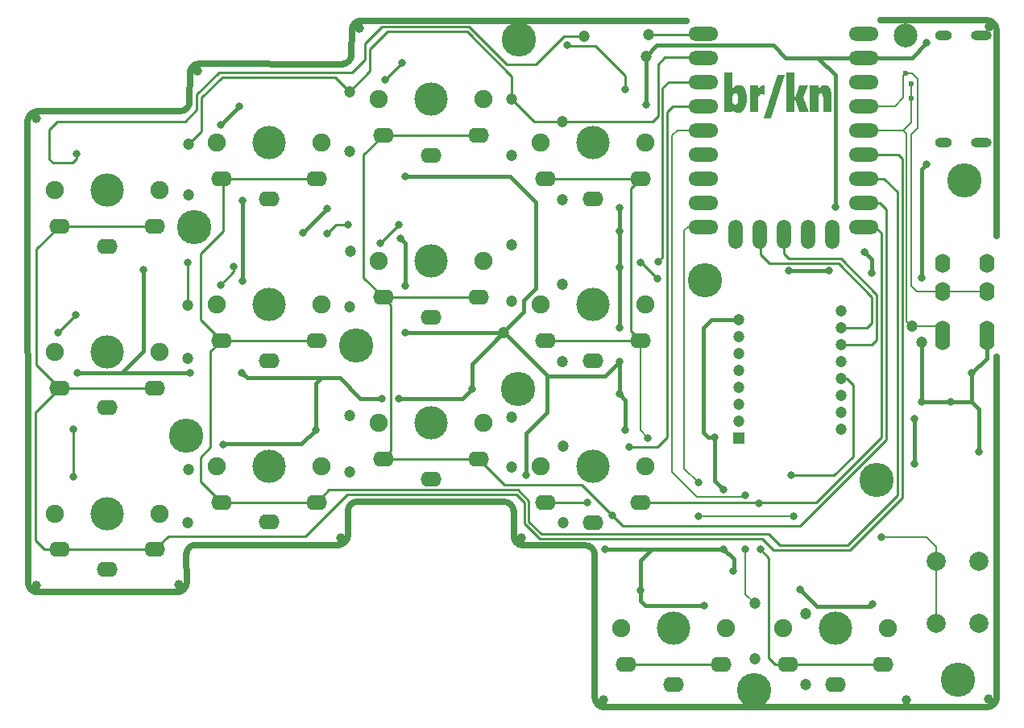
<source format=gbr>
%TF.GenerationSoftware,KiCad,Pcbnew,7.0.2*%
%TF.CreationDate,2024-03-04T12:18:32-06:00*%
%TF.ProjectId,01_capsule5_left,30315f63-6170-4737-956c-65355f6c6566,v1.0.0*%
%TF.SameCoordinates,Original*%
%TF.FileFunction,Copper,L1,Top*%
%TF.FilePolarity,Positive*%
%FSLAX46Y46*%
G04 Gerber Fmt 4.6, Leading zero omitted, Abs format (unit mm)*
G04 Created by KiCad (PCBNEW 7.0.2) date 2024-03-04 12:18:32*
%MOMM*%
%LPD*%
G01*
G04 APERTURE LIST*
%TA.AperFunction,NonConductor*%
%ADD10C,0.700000*%
%TD*%
%ADD11C,0.750000*%
%TA.AperFunction,NonConductor*%
%ADD12C,0.750000*%
%TD*%
%TA.AperFunction,ComponentPad*%
%ADD13C,0.400000*%
%TD*%
%TA.AperFunction,ComponentPad*%
%ADD14C,3.600000*%
%TD*%
%TA.AperFunction,ComponentPad*%
%ADD15R,1.200000X1.200000*%
%TD*%
%TA.AperFunction,ComponentPad*%
%ADD16C,1.200000*%
%TD*%
%TA.AperFunction,ComponentPad*%
%ADD17O,1.600000X2.000000*%
%TD*%
%TA.AperFunction,WasherPad*%
%ADD18C,1.900000*%
%TD*%
%TA.AperFunction,WasherPad*%
%ADD19C,3.500000*%
%TD*%
%TA.AperFunction,ComponentPad*%
%ADD20O,2.200000X1.600000*%
%TD*%
%TA.AperFunction,ComponentPad*%
%ADD21C,1.000000*%
%TD*%
%TA.AperFunction,ComponentPad*%
%ADD22C,2.000000*%
%TD*%
%TA.AperFunction,ComponentPad*%
%ADD23C,2.500000*%
%TD*%
%TA.AperFunction,ComponentPad*%
%ADD24O,3.130000X1.500000*%
%TD*%
%TA.AperFunction,ComponentPad*%
%ADD25O,1.500000X3.090000*%
%TD*%
%TA.AperFunction,ComponentPad*%
%ADD26O,2.200000X1.000000*%
%TD*%
%TA.AperFunction,ComponentPad*%
%ADD27O,1.800000X1.000000*%
%TD*%
%TA.AperFunction,ViaPad*%
%ADD28C,0.800000*%
%TD*%
%TA.AperFunction,ViaPad*%
%ADD29C,0.600000*%
%TD*%
%TA.AperFunction,Conductor*%
%ADD30C,0.250000*%
%TD*%
%TA.AperFunction,Conductor*%
%ADD31C,0.400000*%
%TD*%
%TA.AperFunction,Conductor*%
%ADD32C,0.200000*%
%TD*%
G04 APERTURE END LIST*
D10*
X252175000Y-44900000D02*
X263325000Y-44900000D01*
X197584869Y-44930782D02*
X231725000Y-44925000D01*
X196580950Y-45934938D02*
X196569050Y-48490062D01*
X197584869Y-44930782D02*
G75*
G03*
X196580950Y-45934938I317J-1004236D01*
G01*
X195565131Y-49494218D02*
G75*
G03*
X196569050Y-48490062I-317J1004236D01*
G01*
X195565131Y-49494218D02*
X180559869Y-49455782D01*
X179555950Y-50459938D02*
X179553919Y-53445844D01*
X180559869Y-49455782D02*
G75*
G03*
X179555950Y-50459938I317J-1004236D01*
G01*
X178550000Y-54450000D02*
X163534869Y-54480782D01*
X178550000Y-54450000D02*
G75*
G03*
X179553919Y-53445844I-317J1004236D01*
G01*
X264329155Y-45903919D02*
G75*
G03*
X263325000Y-44900000I-1004252J-333D01*
G01*
X264329155Y-45903919D02*
X264325000Y-67550000D01*
X264350000Y-80250000D02*
X264369055Y-116090067D01*
X263365136Y-117094222D02*
X223134933Y-117125000D01*
X263365136Y-117094222D02*
G75*
G03*
X264369055Y-116090067I-333J1004252D01*
G01*
X222129155Y-101103919D02*
X222130778Y-116121081D01*
X222130778Y-116121081D02*
G75*
G03*
X223134933Y-117125000I1004252J333D01*
G01*
X214604155Y-100103919D02*
X221125000Y-100100000D01*
X222129155Y-101103919D02*
G75*
G03*
X221125000Y-100100000I-1004233J-314D01*
G01*
X213594222Y-96509864D02*
X213600000Y-99100000D01*
X213600000Y-99100000D02*
G75*
G03*
X214604155Y-100103919I1004233J314D01*
G01*
X197178919Y-95495845D02*
X212590067Y-95505945D01*
X213594222Y-96509864D02*
G75*
G03*
X212590067Y-95505945I-1004252J-333D01*
G01*
X196175000Y-96500000D02*
X196169055Y-99040067D01*
X197178919Y-95495845D02*
G75*
G03*
X196175000Y-96500000I333J-1004252D01*
G01*
X195165136Y-100044222D02*
X180228919Y-100045845D01*
X195165136Y-100044222D02*
G75*
G03*
X196169055Y-99040067I-333J1004252D01*
G01*
X180209875Y-100030789D02*
G75*
G03*
X179205956Y-101034944I295J-1004214D01*
G01*
X179219050Y-104015061D02*
X179205956Y-101034944D01*
X178215131Y-105019216D02*
G75*
G03*
X179219050Y-104015061I-314J1004233D01*
G01*
X178215131Y-105019216D02*
X163559938Y-105019049D01*
X162555784Y-104015130D02*
G75*
G03*
X163559938Y-105019049I1004231J312D01*
G01*
X163534869Y-54480783D02*
G75*
G03*
X162530950Y-55484938I315J-1004234D01*
G01*
X162555783Y-104015130D02*
X162530950Y-55484938D01*
D11*
D12*
G36*
X236588101Y-52131479D02*
G01*
X236596161Y-52131479D01*
X236616170Y-52094133D01*
X236637455Y-52058298D01*
X236660014Y-52023974D01*
X236683848Y-51991161D01*
X236708958Y-51959860D01*
X236735343Y-51930070D01*
X236763002Y-51901791D01*
X236791937Y-51875024D01*
X236822147Y-51849768D01*
X236853632Y-51826023D01*
X236875331Y-51811032D01*
X236908750Y-51790081D01*
X236942788Y-51771190D01*
X236977444Y-51754360D01*
X237012718Y-51739591D01*
X237048610Y-51726883D01*
X237085120Y-51716236D01*
X237122249Y-51707649D01*
X237159996Y-51701123D01*
X237198361Y-51696658D01*
X237237345Y-51694254D01*
X237263677Y-51693796D01*
X237312956Y-51695177D01*
X237360775Y-51699322D01*
X237407134Y-51706229D01*
X237452034Y-51715900D01*
X237495474Y-51728333D01*
X237537454Y-51743530D01*
X237577975Y-51761489D01*
X237617035Y-51782212D01*
X237654636Y-51805697D01*
X237690778Y-51831946D01*
X237725459Y-51860957D01*
X237758681Y-51892732D01*
X237790443Y-51927269D01*
X237820745Y-51964569D01*
X237849588Y-52004633D01*
X237876971Y-52047459D01*
X237902791Y-52092816D01*
X237926945Y-52140714D01*
X237949434Y-52191154D01*
X237970256Y-52244136D01*
X237989413Y-52299659D01*
X238006904Y-52357724D01*
X238022729Y-52418331D01*
X238036889Y-52481479D01*
X238049382Y-52547169D01*
X238060210Y-52615400D01*
X238069372Y-52686174D01*
X238076868Y-52759488D01*
X238082699Y-52835345D01*
X238086863Y-52913743D01*
X238088321Y-52953895D01*
X238089362Y-52994683D01*
X238089987Y-53036106D01*
X238090195Y-53078164D01*
X238089748Y-53135271D01*
X238088409Y-53191554D01*
X238086176Y-53247012D01*
X238083051Y-53301646D01*
X238079032Y-53355456D01*
X238074121Y-53408442D01*
X238068316Y-53460603D01*
X238061618Y-53511939D01*
X238054028Y-53562452D01*
X238045544Y-53612140D01*
X238036168Y-53661004D01*
X238025898Y-53709043D01*
X238014735Y-53756259D01*
X238002680Y-53802650D01*
X237989731Y-53848216D01*
X237975889Y-53892958D01*
X237961226Y-53936540D01*
X237945813Y-53978871D01*
X237929650Y-54019949D01*
X237912737Y-54059776D01*
X237895074Y-54098351D01*
X237876662Y-54135675D01*
X237857499Y-54171746D01*
X237837587Y-54206566D01*
X237816924Y-54240134D01*
X237795512Y-54272451D01*
X237773350Y-54303515D01*
X237750438Y-54333328D01*
X237726776Y-54361889D01*
X237702364Y-54389199D01*
X237677202Y-54415256D01*
X237651290Y-54440062D01*
X237624786Y-54463368D01*
X237597847Y-54485171D01*
X237570473Y-54505470D01*
X237542663Y-54524265D01*
X237514419Y-54541557D01*
X237485740Y-54557345D01*
X237456625Y-54571629D01*
X237427076Y-54584410D01*
X237397091Y-54595687D01*
X237366671Y-54605461D01*
X237335817Y-54613730D01*
X237304527Y-54620497D01*
X237272802Y-54625759D01*
X237240642Y-54629518D01*
X237208047Y-54631774D01*
X237175017Y-54632526D01*
X237137339Y-54631452D01*
X237100691Y-54628232D01*
X237065073Y-54622866D01*
X237030486Y-54615352D01*
X236996930Y-54605692D01*
X236964403Y-54593886D01*
X236932907Y-54579932D01*
X236902442Y-54563832D01*
X236873007Y-54545586D01*
X236844602Y-54525192D01*
X236826238Y-54510404D01*
X236799564Y-54486880D01*
X236773945Y-54462101D01*
X236749383Y-54436070D01*
X236725877Y-54408784D01*
X236703427Y-54380245D01*
X236682034Y-54350452D01*
X236661696Y-54319405D01*
X236642415Y-54287105D01*
X236624190Y-54253551D01*
X236607021Y-54218744D01*
X236596161Y-54194842D01*
X236588101Y-54194842D01*
X236588101Y-54570000D01*
X235710293Y-54570000D01*
X235710293Y-53250111D01*
X236571981Y-53250111D01*
X236572683Y-53292876D01*
X236574789Y-53333974D01*
X236578299Y-53373407D01*
X236585163Y-53423393D01*
X236594522Y-53470417D01*
X236606377Y-53514480D01*
X236620729Y-53555582D01*
X236637576Y-53593722D01*
X236651849Y-53620383D01*
X236672869Y-53652440D01*
X236695629Y-53680223D01*
X236720130Y-53703731D01*
X236746371Y-53722965D01*
X236774352Y-53737925D01*
X236804073Y-53748611D01*
X236835535Y-53755022D01*
X236868736Y-53757159D01*
X236907182Y-53754549D01*
X236943383Y-53746718D01*
X236977341Y-53733666D01*
X237009054Y-53715394D01*
X237038523Y-53691901D01*
X237065749Y-53663187D01*
X237090730Y-53629252D01*
X237113468Y-53590097D01*
X237133732Y-53545920D01*
X237147158Y-53509942D01*
X237159063Y-53471525D01*
X237169448Y-53430670D01*
X237178314Y-53387376D01*
X237185660Y-53341643D01*
X237191486Y-53293472D01*
X237195792Y-53242862D01*
X237198579Y-53189814D01*
X237199845Y-53134327D01*
X237199930Y-53115289D01*
X237199215Y-53065549D01*
X237197070Y-53018180D01*
X237193496Y-52973180D01*
X237188492Y-52930550D01*
X237182059Y-52890290D01*
X237174195Y-52852400D01*
X237161487Y-52805566D01*
X237146237Y-52762946D01*
X237128446Y-52724539D01*
X237118597Y-52706915D01*
X237097153Y-52674629D01*
X237073488Y-52646648D01*
X237047602Y-52622972D01*
X237019495Y-52603600D01*
X236989167Y-52588534D01*
X236956618Y-52577772D01*
X236921848Y-52571314D01*
X236884856Y-52569162D01*
X236852032Y-52571421D01*
X236820605Y-52578199D01*
X236790575Y-52589495D01*
X236761941Y-52605310D01*
X236734704Y-52625643D01*
X236708864Y-52650495D01*
X236684421Y-52679865D01*
X236661374Y-52713754D01*
X236640423Y-52751001D01*
X236622265Y-52790935D01*
X236606900Y-52833555D01*
X236594330Y-52878862D01*
X236584552Y-52926856D01*
X236577568Y-52977536D01*
X236574164Y-53017310D01*
X236572331Y-53058594D01*
X236571981Y-53086957D01*
X236571981Y-53250111D01*
X235710293Y-53250111D01*
X235710293Y-50380746D01*
X236588101Y-50380746D01*
X236588101Y-52131479D01*
G37*
G36*
X239993824Y-52756741D02*
G01*
X239966758Y-52733415D01*
X239939545Y-52714008D01*
X239909036Y-52695535D01*
X239880262Y-52680445D01*
X239859734Y-52670767D01*
X239829140Y-52657486D01*
X239800555Y-52646953D01*
X239769745Y-52638138D01*
X239737883Y-52632642D01*
X239719783Y-52631688D01*
X239667078Y-52634375D01*
X239617774Y-52642435D01*
X239571869Y-52655868D01*
X239529365Y-52674675D01*
X239490262Y-52698855D01*
X239454558Y-52728408D01*
X239422255Y-52763335D01*
X239393353Y-52803635D01*
X239367850Y-52849309D01*
X239345748Y-52900355D01*
X239327046Y-52956775D01*
X239311745Y-53018569D01*
X239299844Y-53085736D01*
X239291343Y-53158276D01*
X239286243Y-53236189D01*
X239284967Y-53277161D01*
X239284542Y-53319476D01*
X239284542Y-54570000D01*
X238406734Y-54570000D01*
X238406734Y-51756322D01*
X239284542Y-51756322D01*
X239284542Y-52256531D01*
X239292602Y-52256531D01*
X239308307Y-52206033D01*
X239325197Y-52157853D01*
X239343272Y-52111992D01*
X239362532Y-52068449D01*
X239382977Y-52027224D01*
X239404607Y-51988318D01*
X239427422Y-51951730D01*
X239451421Y-51917461D01*
X239476606Y-51885510D01*
X239502976Y-51855878D01*
X239521214Y-51837411D01*
X239549535Y-51811745D01*
X239578719Y-51788604D01*
X239608765Y-51767987D01*
X239639675Y-51749895D01*
X239671448Y-51734328D01*
X239704084Y-51721285D01*
X239737583Y-51710766D01*
X239771944Y-51702772D01*
X239807169Y-51697302D01*
X239843257Y-51694357D01*
X239867794Y-51693796D01*
X239898619Y-51695385D01*
X239931615Y-51701094D01*
X239962229Y-51710956D01*
X239990462Y-51724969D01*
X239993824Y-51727013D01*
X239993824Y-52756741D01*
G37*
G36*
X240658408Y-55195261D02*
G01*
X239885380Y-55195261D01*
X241346441Y-50630851D01*
X242119469Y-50630851D01*
X240658408Y-55195261D01*
G37*
G36*
X243613503Y-54570000D02*
G01*
X243143824Y-53131898D01*
X243135764Y-53131898D01*
X243135764Y-54570000D01*
X242257955Y-54570000D01*
X242257955Y-50380746D01*
X243135764Y-50380746D01*
X243135764Y-53069371D01*
X243143824Y-53069371D01*
X243570272Y-51756322D01*
X244559455Y-51756322D01*
X243988660Y-53044947D01*
X244592428Y-54570000D01*
X243613503Y-54570000D01*
G37*
G36*
X246114305Y-54570000D02*
G01*
X246114305Y-53052763D01*
X246113790Y-53005682D01*
X246112244Y-52961160D01*
X246109668Y-52919197D01*
X246106062Y-52879793D01*
X246099651Y-52831235D01*
X246091407Y-52787225D01*
X246081332Y-52747765D01*
X246066163Y-52704836D01*
X246055687Y-52682491D01*
X246035580Y-52649842D01*
X246011895Y-52622728D01*
X245984632Y-52601146D01*
X245953792Y-52585099D01*
X245919374Y-52574585D01*
X245889263Y-52570158D01*
X245865177Y-52569162D01*
X245830902Y-52572024D01*
X245799060Y-52580611D01*
X245769651Y-52594922D01*
X245742674Y-52614958D01*
X245718131Y-52640718D01*
X245696020Y-52672202D01*
X245687857Y-52686399D01*
X245669492Y-52724328D01*
X245654240Y-52765453D01*
X245642101Y-52809775D01*
X245633074Y-52857292D01*
X245628094Y-52897608D01*
X245625106Y-52939969D01*
X245624110Y-52984375D01*
X245624110Y-54570000D01*
X244746301Y-54570000D01*
X244746301Y-51756322D01*
X245624110Y-51756322D01*
X245624110Y-52194005D01*
X245632170Y-52194005D01*
X245652585Y-52150253D01*
X245674262Y-52108390D01*
X245697201Y-52068417D01*
X245721402Y-52030332D01*
X245746866Y-51994136D01*
X245773592Y-51959830D01*
X245801580Y-51927412D01*
X245830831Y-51896884D01*
X245861344Y-51868244D01*
X245893118Y-51841494D01*
X245915003Y-51824710D01*
X245948521Y-51801314D01*
X245982580Y-51780220D01*
X246017180Y-51761426D01*
X246052321Y-51744934D01*
X246088003Y-51730743D01*
X246124226Y-51718854D01*
X246160989Y-51709265D01*
X246198294Y-51701978D01*
X246236140Y-51696992D01*
X246274527Y-51694307D01*
X246300418Y-51693796D01*
X246343019Y-51694931D01*
X246384267Y-51698337D01*
X246424163Y-51704014D01*
X246462706Y-51711961D01*
X246499897Y-51722179D01*
X246535736Y-51734668D01*
X246570222Y-51749428D01*
X246603356Y-51766458D01*
X246635137Y-51785759D01*
X246665566Y-51807330D01*
X246694643Y-51831173D01*
X246722367Y-51857286D01*
X246748739Y-51885669D01*
X246773758Y-51916324D01*
X246797425Y-51949249D01*
X246819740Y-51984445D01*
X246840702Y-52021911D01*
X246860312Y-52061648D01*
X246878569Y-52103656D01*
X246895474Y-52147935D01*
X246911027Y-52194484D01*
X246925227Y-52243304D01*
X246938074Y-52294395D01*
X246949570Y-52347756D01*
X246959713Y-52403388D01*
X246968503Y-52461291D01*
X246975942Y-52521464D01*
X246982027Y-52583908D01*
X246986761Y-52648623D01*
X246990142Y-52715609D01*
X246992170Y-52784865D01*
X246992847Y-52856392D01*
X246992847Y-54570000D01*
X246114305Y-54570000D01*
G37*
D13*
%TO.P,U3,*%
%TO.N,*%
X232220000Y-72220000D03*
X232670000Y-71170000D03*
X232670000Y-73270000D03*
X233720000Y-70720000D03*
D14*
X233720000Y-72220000D03*
D13*
X233720000Y-73720000D03*
X234770000Y-71170000D03*
X234770000Y-73270000D03*
X235220000Y-72220000D03*
X250210000Y-93210000D03*
X250660000Y-92160000D03*
X250660000Y-94260000D03*
X251710000Y-91710000D03*
D14*
X251710000Y-93210000D03*
D13*
X251710000Y-94710000D03*
X252760000Y-92160000D03*
X252760000Y-94260000D03*
X253210000Y-93210000D03*
D15*
%TO.P,U3,1,NC*%
%TO.N,unconnected-(U3-NC-Pad1)*%
X237290193Y-88804272D03*
D16*
%TO.P,U3,2,NC*%
%TO.N,unconnected-(U3-NC-Pad2)*%
X237290193Y-87024272D03*
%TO.P,U3,3,VDDPIX*%
%TO.N,Net-(U3-VDDPIX)*%
X237290193Y-85244272D03*
%TO.P,U3,4,VDD*%
%TO.N,2V*%
X237290193Y-83464272D03*
%TO.P,U3,5,VDDIO*%
%TO.N,3V3*%
X237290193Y-81684272D03*
%TO.P,U3,6,NC*%
%TO.N,unconnected-(U3-NC-Pad6)*%
X237290193Y-79904272D03*
%TO.P,U3,7,NRESET*%
%TO.N,unconnected-(U3-NRESET-Pad7)*%
X237290193Y-78124272D03*
%TO.P,U3,8,GND*%
%TO.N,GND*%
X237290193Y-76344272D03*
%TO.P,U3,9,MOTION*%
%TO.N,unconnected-(U3-MOTION-Pad9)*%
X247990193Y-75454272D03*
%TO.P,U3,10,SCLK*%
%TO.N,SCK*%
X247990193Y-77234272D03*
%TO.P,U3,11,MOSI*%
%TO.N,MOSI*%
X247990193Y-79014272D03*
%TO.P,U3,12,MISO*%
%TO.N,MISO*%
X247990193Y-80794272D03*
%TO.P,U3,13,NCS*%
%TO.N,NCS*%
X247990193Y-82574272D03*
%TO.P,U3,14,NC*%
%TO.N,unconnected-(U3-NC-Pad14)*%
X247990193Y-84354272D03*
%TO.P,U3,15,LED_P*%
%TO.N,Net-(U3-LED_P)*%
X247990193Y-86134272D03*
%TO.P,U3,16,NC*%
%TO.N,unconnected-(U3-NC-Pad16)*%
X247990193Y-87914272D03*
%TD*%
D17*
%TO.P,U2,1,SLEEVE*%
%TO.N,GND*%
X258700000Y-78550000D03*
X263300000Y-78550000D03*
%TO.P,U2,2,TIP*%
%TO.N,TX*%
X258700000Y-77450000D03*
X263300000Y-77450000D03*
%TO.P,U2,3,RING1*%
%TO.N,RX*%
X258700000Y-73450000D03*
X263300000Y-73450000D03*
%TO.P,U2,4,RING2*%
%TO.N,5V*%
X258700000Y-70450000D03*
X263300000Y-70450000D03*
%TD*%
D13*
%TO.P,REF\u002A\u002A,*%
%TO.N,*%
X259500000Y-61750000D03*
X259950000Y-60700000D03*
X259950000Y-62800000D03*
X261000000Y-60250000D03*
D14*
X261000000Y-61750000D03*
D13*
X261000000Y-63250000D03*
X262050000Y-60700000D03*
X262050000Y-62800000D03*
X262500000Y-61750000D03*
%TD*%
%TO.P,REF\u002A\u002A,*%
%TO.N,*%
X177700000Y-88600000D03*
X178150000Y-87550000D03*
X178150000Y-89650000D03*
X179200000Y-87100000D03*
D14*
X179200000Y-88600000D03*
D13*
X179200000Y-90100000D03*
X180250000Y-87550000D03*
X180250000Y-89650000D03*
X180700000Y-88600000D03*
%TD*%
D18*
%TO.P,SW14,*%
%TO.N,*%
X241935810Y-108802659D03*
D19*
X247435810Y-108802659D03*
D18*
X252935810Y-108802659D03*
D20*
%TO.P,SW14,1*%
%TO.N,Net-(D14-Pad2)*%
X247435810Y-114702659D03*
%TO.P,SW14,2*%
%TO.N,COL3*%
X242435810Y-112602659D03*
X252435810Y-112602659D03*
%TD*%
D21*
%TO.P,REF\u002A\u002A,*%
%TO.N,*%
X214400000Y-99300000D03*
%TD*%
D13*
%TO.P,REF\u002A\u002A,*%
%TO.N,*%
X237400000Y-115300000D03*
X237850000Y-114250000D03*
X237850000Y-116350000D03*
X238900000Y-113800000D03*
D14*
X238900000Y-115300000D03*
D13*
X238900000Y-116800000D03*
X239950000Y-114250000D03*
X239950000Y-116350000D03*
X240400000Y-115300000D03*
%TD*%
D16*
%TO.P,,*%
%TO.N,LED*%
X227758564Y-46435769D03*
%TD*%
D18*
%TO.P,SW05,*%
%TO.N,*%
X165386692Y-79740283D03*
D19*
X170886692Y-79740283D03*
D18*
X176386692Y-79740283D03*
D20*
%TO.P,SW05,1*%
%TO.N,Net-(D05-Pad2)*%
X170886692Y-85640283D03*
%TO.P,SW05,2*%
%TO.N,COL0*%
X165886692Y-83540283D03*
X175886692Y-83540283D03*
%TD*%
D16*
%TO.P,,*%
%TO.N,ROW0*%
X218708564Y-55585769D03*
%TD*%
%TO.P,,*%
%TO.N,Net-(D13-Pad2)*%
X238958564Y-112050000D03*
%TD*%
D21*
%TO.P,REF\u002A\u002A,*%
%TO.N,*%
X163400000Y-55200000D03*
%TD*%
D16*
%TO.P,,*%
%TO.N,ROW0*%
X196358564Y-52385769D03*
%TD*%
D21*
%TO.P,REF\u002A\u002A,*%
%TO.N,*%
X254900000Y-116335769D03*
%TD*%
D16*
%TO.P,,*%
%TO.N,ROW2*%
X218758564Y-89685769D03*
%TD*%
%TO.P,,*%
%TO.N,Net-(D04-Pad2)*%
X218708564Y-63785769D03*
%TD*%
%TO.P,,*%
%TO.N,Net-(D09-Pad2)*%
X179358564Y-97735769D03*
%TD*%
%TO.P,,*%
%TO.N,Net-(D11-Pad2)*%
X213408564Y-91900000D03*
%TD*%
%TO.P,,*%
%TO.N,TX*%
X255430000Y-77030000D03*
%TD*%
%TO.P,,*%
%TO.N,Net-(D14-Pad2)*%
X244308564Y-114715769D03*
%TD*%
D21*
%TO.P,REF\u002A\u002A,*%
%TO.N,*%
X195400000Y-99300000D03*
%TD*%
D16*
%TO.P,,*%
%TO.N,GND*%
X212500000Y-77750000D03*
%TD*%
D21*
%TO.P,REF\u002A\u002A,*%
%TO.N,*%
X223000000Y-116335769D03*
%TD*%
D16*
%TO.P,,*%
%TO.N,Net-(D05-Pad2)*%
X179358564Y-80435769D03*
%TD*%
D21*
%TO.P,REF\u002A\u002A,*%
%TO.N,*%
X163400000Y-104300000D03*
%TD*%
D16*
%TO.P,,*%
%TO.N,ROW1*%
X218708564Y-72635769D03*
%TD*%
%TO.P,,*%
%TO.N,ROW1*%
X213408564Y-68535769D03*
%TD*%
D18*
%TO.P,SW07,*%
%TO.N,*%
X199387225Y-70203948D03*
D19*
X204887225Y-70203948D03*
D18*
X210387225Y-70203948D03*
D20*
%TO.P,SW07,1*%
%TO.N,Net-(D07-Pad2)*%
X204887225Y-76103948D03*
%TO.P,SW07,2*%
%TO.N,COL2*%
X199887225Y-74003948D03*
X209887225Y-74003948D03*
%TD*%
D13*
%TO.P,REF\u002A\u002A,*%
%TO.N,*%
X261750000Y-114250000D03*
X261300000Y-115300000D03*
X261300000Y-113200000D03*
X260250000Y-115750000D03*
D14*
X260250000Y-114250000D03*
D13*
X260250000Y-112750000D03*
X259200000Y-115300000D03*
X259200000Y-113200000D03*
X258750000Y-114250000D03*
%TD*%
D18*
%TO.P,SW03,*%
%TO.N,*%
X199387224Y-53203948D03*
D19*
X204887224Y-53203948D03*
D18*
X210387224Y-53203948D03*
D20*
%TO.P,SW03,1*%
%TO.N,Net-(D03-Pad2)*%
X204887224Y-59103948D03*
%TO.P,SW03,2*%
%TO.N,COL2*%
X199887224Y-57003948D03*
X209887224Y-57003948D03*
%TD*%
D18*
%TO.P,SW06,*%
%TO.N,*%
X182386930Y-74759163D03*
D19*
X187886930Y-74759163D03*
D18*
X193386930Y-74759163D03*
D20*
%TO.P,SW06,1*%
%TO.N,Net-(D06-Pad2)*%
X187886930Y-80659163D03*
%TO.P,SW06,2*%
%TO.N,COL1*%
X182886930Y-78559163D03*
X192886930Y-78559163D03*
%TD*%
D13*
%TO.P,REF\u002A\u002A,*%
%TO.N,*%
X212550000Y-83650000D03*
X213000000Y-82600000D03*
X213000000Y-84700000D03*
X214050000Y-82150000D03*
D14*
X214050000Y-83650000D03*
D13*
X214050000Y-85150000D03*
X215100000Y-82600000D03*
X215100000Y-84700000D03*
X215550000Y-83650000D03*
%TD*%
D18*
%TO.P,SW10,*%
%TO.N,*%
X182386931Y-91759164D03*
D19*
X187886931Y-91759164D03*
D18*
X193386931Y-91759164D03*
D20*
%TO.P,SW10,1*%
%TO.N,Net-(D10-Pad2)*%
X187886931Y-97659164D03*
%TO.P,SW10,2*%
%TO.N,COL1*%
X182886931Y-95559164D03*
X192886931Y-95559164D03*
%TD*%
D22*
%TO.P,SW15,1*%
%TO.N,Net-(D15-Pad2)*%
X262500000Y-101750000D03*
X262500000Y-108250000D03*
%TO.P,SW15,2*%
%TO.N,COL4*%
X258000000Y-101750000D03*
X258000000Y-108250000D03*
%TD*%
D16*
%TO.P,,*%
%TO.N,ROW2*%
X179408564Y-92085769D03*
%TD*%
D21*
%TO.P,REF\u002A\u002A,*%
%TO.N,*%
X197400000Y-45700000D03*
%TD*%
D18*
%TO.P,SW09,*%
%TO.N,*%
X165386693Y-96740284D03*
D19*
X170886693Y-96740284D03*
D18*
X176386693Y-96740284D03*
D20*
%TO.P,SW09,1*%
%TO.N,Net-(D09-Pad2)*%
X170886693Y-102640284D03*
%TO.P,SW09,2*%
%TO.N,COL0*%
X165886693Y-100540284D03*
X175886693Y-100540284D03*
%TD*%
D23*
%TO.P,REF\u002A\u002A,*%
%TO.N,*%
X254750000Y-46500000D03*
%TD*%
D13*
%TO.P,REF\u002A\u002A,*%
%TO.N,*%
X212650000Y-46950000D03*
X213100000Y-45900000D03*
X213100000Y-48000000D03*
X214150000Y-45450000D03*
D14*
X214150000Y-46950000D03*
D13*
X214150000Y-48450000D03*
X215200000Y-45900000D03*
X215200000Y-48000000D03*
X215650000Y-46950000D03*
%TD*%
D16*
%TO.P,,*%
%TO.N,Net-(D10-Pad2)*%
X196358564Y-92385769D03*
%TD*%
D21*
%TO.P,REF\u002A\u002A,*%
%TO.N,*%
X263500000Y-116250000D03*
%TD*%
D16*
%TO.P,,*%
%TO.N,Net-(D02-Pad2)*%
X196358564Y-58635769D03*
%TD*%
%TO.P,,*%
%TO.N,Net-(D08-Pad2)*%
X218750000Y-80750000D03*
%TD*%
D18*
%TO.P,SW13,*%
%TO.N,*%
X224935575Y-108794157D03*
D19*
X230435575Y-108794157D03*
D18*
X235935575Y-108794157D03*
D20*
%TO.P,SW13,1*%
%TO.N,Net-(D13-Pad2)*%
X230435575Y-114694157D03*
%TO.P,SW13,2*%
%TO.N,COL2*%
X225435575Y-112594157D03*
X235435575Y-112594157D03*
%TD*%
D16*
%TO.P,,*%
%TO.N,ROW1*%
X179358564Y-74835769D03*
%TD*%
D18*
%TO.P,SW12,*%
%TO.N,*%
X216399777Y-91787819D03*
D19*
X221899777Y-91787819D03*
D18*
X227399777Y-91787819D03*
D20*
%TO.P,SW12,1*%
%TO.N,Net-(D12-Pad2)*%
X221899777Y-97687819D03*
%TO.P,SW12,2*%
%TO.N,COL3*%
X216899777Y-95587819D03*
X226899777Y-95587819D03*
%TD*%
D18*
%TO.P,SW08,*%
%TO.N,*%
X216399777Y-74787819D03*
D19*
X221899777Y-74787819D03*
D18*
X227399777Y-74787819D03*
D20*
%TO.P,SW08,1*%
%TO.N,Net-(D08-Pad2)*%
X221899777Y-80687819D03*
%TO.P,SW08,2*%
%TO.N,COL3*%
X216899777Y-78587819D03*
X226899777Y-78587819D03*
%TD*%
D16*
%TO.P,,*%
%TO.N,GND*%
X256500000Y-78750000D03*
%TD*%
D18*
%TO.P,SW11,*%
%TO.N,*%
X199387226Y-87203949D03*
D19*
X204887226Y-87203949D03*
D18*
X210387226Y-87203949D03*
D20*
%TO.P,SW11,1*%
%TO.N,Net-(D11-Pad2)*%
X204887226Y-93103949D03*
%TO.P,SW11,2*%
%TO.N,COL2*%
X199887226Y-91003949D03*
X209887226Y-91003949D03*
%TD*%
D16*
%TO.P,,*%
%TO.N,ROW0*%
X213400000Y-53150000D03*
%TD*%
%TO.P,,*%
%TO.N,Net-(D12-Pad2)*%
X218758564Y-97735769D03*
%TD*%
D21*
%TO.P,REF\u002A\u002A,*%
%TO.N,*%
X263600000Y-45550000D03*
%TD*%
D16*
%TO.P,,*%
%TO.N,Net-(D06-Pad2)*%
X196358564Y-74985769D03*
%TD*%
%TO.P,,*%
%TO.N,Net-(LED01-DIN)*%
X220958564Y-46535769D03*
%TD*%
D18*
%TO.P,SW02,*%
%TO.N,*%
X182386931Y-57759164D03*
D19*
X187886931Y-57759164D03*
D18*
X193386931Y-57759164D03*
D20*
%TO.P,SW02,1*%
%TO.N,Net-(D02-Pad2)*%
X187886931Y-63659164D03*
%TO.P,SW02,2*%
%TO.N,COL1*%
X182886931Y-61559164D03*
X192886931Y-61559164D03*
%TD*%
D16*
%TO.P,,*%
%TO.N,Net-(D03-Pad2)*%
X213350000Y-59100000D03*
%TD*%
D13*
%TO.P,REF\u002A\u002A,*%
%TO.N,*%
X178550000Y-66600000D03*
X179000000Y-65550000D03*
X179000000Y-67650000D03*
X180050000Y-65100000D03*
D14*
X180050000Y-66600000D03*
D13*
X180050000Y-68100000D03*
X181100000Y-65550000D03*
X181100000Y-67650000D03*
X181550000Y-66600000D03*
%TD*%
D16*
%TO.P,,*%
%TO.N,ROW2*%
X196358564Y-86435769D03*
%TD*%
%TO.P,,*%
%TO.N,ROW3*%
X238908564Y-106185769D03*
%TD*%
%TO.P,,*%
%TO.N,Net-(D07-Pad2)*%
X213408564Y-74435769D03*
%TD*%
D18*
%TO.P,SW04,*%
%TO.N,*%
X216399778Y-57787820D03*
D19*
X221899778Y-57787820D03*
D18*
X227399778Y-57787820D03*
D20*
%TO.P,SW04,1*%
%TO.N,Net-(D04-Pad2)*%
X221899778Y-63687820D03*
%TO.P,SW04,2*%
%TO.N,COL3*%
X216899778Y-61587820D03*
X226899778Y-61587820D03*
%TD*%
D21*
%TO.P,REF\u002A\u002A,*%
%TO.N,*%
X180400000Y-50200000D03*
%TD*%
D16*
%TO.P,,*%
%TO.N,ROW1*%
X196408564Y-69135769D03*
%TD*%
%TO.P,,*%
%TO.N,ROW0*%
X179408564Y-57935769D03*
%TD*%
%TO.P,,*%
%TO.N,Net-(D01-Pad2)*%
X179408564Y-63235769D03*
%TD*%
%TO.P,,*%
%TO.N,ROW2*%
X213400000Y-86600000D03*
%TD*%
%TO.P,,*%
%TO.N,ROW3*%
X244308564Y-107235769D03*
%TD*%
D21*
%TO.P,REF\u002A\u002A,*%
%TO.N,*%
X178400000Y-104200000D03*
%TD*%
D16*
%TO.P,,*%
%TO.N,GND*%
X227500000Y-48675000D03*
%TD*%
D18*
%TO.P,SW01,*%
%TO.N,*%
X165386692Y-62740284D03*
D19*
X170886692Y-62740284D03*
D18*
X176386692Y-62740284D03*
D20*
%TO.P,SW01,1*%
%TO.N,Net-(D01-Pad2)*%
X170886692Y-68640284D03*
%TO.P,SW01,2*%
%TO.N,COL0*%
X165886692Y-66540284D03*
X175886692Y-66540284D03*
%TD*%
D13*
%TO.P,REF\u002A\u002A,*%
%TO.N,*%
X195550000Y-79050000D03*
X196000000Y-78000000D03*
X196000000Y-80100000D03*
X197050000Y-77550000D03*
D14*
X197050000Y-79050000D03*
D13*
X197050000Y-80550000D03*
X198100000Y-78000000D03*
X198100000Y-80100000D03*
X198550000Y-79050000D03*
%TD*%
D24*
%TO.P,U1,1,0*%
%TO.N,LED*%
X233525000Y-46280000D03*
%TO.P,U1,2,1*%
%TO.N,ROW0*%
X233525000Y-48820000D03*
%TO.P,U1,3,2*%
%TO.N,ROW1*%
X233525000Y-51360000D03*
%TO.P,U1,4,3*%
%TO.N,ROW2*%
X233525000Y-53900000D03*
%TO.P,U1,5,4*%
%TO.N,ROW3*%
X233525000Y-56440000D03*
%TO.P,U1,6,5*%
%TO.N,unconnected-(U1-5-Pad6)*%
X233525000Y-58980000D03*
%TO.P,U1,7,6*%
%TO.N,unconnected-(U1-6-Pad7)*%
X233525000Y-61520000D03*
%TO.P,U1,8,7*%
%TO.N,unconnected-(U1-7-Pad8)*%
X233525000Y-64060000D03*
%TO.P,U1,9,8*%
%TO.N,COL4*%
X233525000Y-66600000D03*
D25*
%TO.P,U1,10,9*%
%TO.N,NCS*%
X236880000Y-67395000D03*
%TO.P,U1,11,10*%
%TO.N,SCK*%
X239420000Y-67395000D03*
%TO.P,U1,12,11*%
%TO.N,MOSI*%
X241960000Y-67395000D03*
%TO.P,U1,13,12*%
%TO.N,MISO*%
X244500000Y-67395000D03*
%TO.P,U1,14,13*%
%TO.N,unconnected-(U1-13-Pad14)*%
X247040000Y-67395000D03*
D24*
%TO.P,U1,15,14*%
%TO.N,COL3*%
X250395000Y-66600000D03*
%TO.P,U1,16,15*%
%TO.N,COL2*%
X250395000Y-64060000D03*
%TO.P,U1,17,26*%
%TO.N,COL1*%
X250395000Y-61520000D03*
%TO.P,U1,18,27*%
%TO.N,COL0*%
X250395000Y-58980000D03*
%TO.P,U1,19,28*%
%TO.N,TX*%
X250395000Y-56440000D03*
%TO.P,U1,20,29*%
%TO.N,RX*%
X250395000Y-53900000D03*
%TO.P,U1,21,3V3*%
%TO.N,3V3*%
X250395000Y-51360000D03*
%TO.P,U1,22,GND*%
%TO.N,GND*%
X250395000Y-48820000D03*
%TO.P,U1,23,5V*%
%TO.N,5V*%
X250395000Y-46280000D03*
%TD*%
D26*
%TO.P,J1,S1,SHIELD*%
%TO.N,GND*%
X262750000Y-46525000D03*
D27*
X258750000Y-46525000D03*
D26*
X262750000Y-57765000D03*
D27*
X258750000Y-57765000D03*
%TD*%
D28*
%TO.N,ROW1*%
X228750000Y-70250000D03*
X179358564Y-70400000D03*
%TO.N,ROW2*%
X225708564Y-89785769D03*
%TO.N,COL2*%
X223978564Y-96955769D03*
%TO.N,COL3*%
X221300000Y-95587819D03*
X239500000Y-100535769D03*
X239358564Y-95685769D03*
X227708564Y-88785769D03*
%TO.N,ROW3*%
X237958564Y-100535769D03*
X237958564Y-94813319D03*
%TO.N,GND*%
X250500000Y-69250000D03*
X234750000Y-88750000D03*
X214900000Y-92750000D03*
X174650000Y-71150000D03*
X235678564Y-100520269D03*
X192800000Y-87940000D03*
X236700000Y-102800000D03*
X224700000Y-70900000D03*
X199750000Y-84650000D03*
X247417847Y-64500000D03*
X227500000Y-53750000D03*
X202208564Y-72785769D03*
X224700000Y-67100000D03*
X251250000Y-71500000D03*
X261750000Y-82000000D03*
X233600000Y-106400000D03*
X226900000Y-104850000D03*
X201700000Y-67800000D03*
X202208564Y-77700000D03*
X185100000Y-63800000D03*
X224700000Y-80800000D03*
X243700000Y-104750000D03*
X209200000Y-83650000D03*
X262500000Y-90250000D03*
X185100000Y-72300000D03*
X251350000Y-106300000D03*
X224700000Y-77200000D03*
X167708564Y-81935769D03*
X224700000Y-84200000D03*
X223175500Y-100500000D03*
X183070000Y-89460000D03*
X257000000Y-60000000D03*
X201500000Y-84650000D03*
X257000000Y-47250000D03*
X225300000Y-88000000D03*
X179558564Y-81935769D03*
X224700000Y-64600000D03*
X185050000Y-81935769D03*
X259500000Y-85000000D03*
X202200000Y-61300000D03*
X256500000Y-85000000D03*
X235678564Y-94250000D03*
X256500000Y-72000000D03*
%TO.N,Net-(LED01-DIN)*%
X167700000Y-58900000D03*
%TO.N,Net-(LED01-DOUT)*%
X184800000Y-53900000D03*
X182800000Y-55850688D03*
%TO.N,Net-(LED02-DOUT)*%
X200100000Y-51150000D03*
X201850688Y-49399312D03*
%TO.N,Net-(LED04-DOUT)*%
X219200000Y-47500500D03*
X225300000Y-52200000D03*
X165750000Y-77750000D03*
X167600000Y-75900000D03*
%TO.N,Net-(LED05-DOUT)*%
X184200000Y-70800000D03*
X182800000Y-72700000D03*
%TO.N,Net-(LED06-DOUT)*%
X196200000Y-66400000D03*
X201500000Y-66400000D03*
X194000000Y-67300000D03*
X199600000Y-68300000D03*
%TO.N,Net-(LED08-DOUT)*%
X228711397Y-72038603D03*
X167300000Y-87900000D03*
X226925000Y-70325000D03*
X167300000Y-92900000D03*
%TO.N,5V*%
X191458564Y-67250000D03*
X255750000Y-91500000D03*
X194000000Y-64700000D03*
X255750000Y-86750000D03*
%TO.N,3V3*%
X242500000Y-71250000D03*
X246750000Y-71250000D03*
%TO.N,NCS*%
X242750000Y-92750000D03*
D29*
%TO.N,RX*%
X254749500Y-50475000D03*
%TO.N,TX*%
X255375000Y-51600000D03*
X255375000Y-53100000D03*
D28*
%TO.N,COL4*%
X233000000Y-93500000D03*
X233000000Y-97000000D03*
X243000000Y-97000000D03*
X252250000Y-99250000D03*
%TD*%
D30*
%TO.N,Net-(LED01-DIN)*%
X167700000Y-59400000D02*
X167700000Y-58900000D01*
X167200000Y-59900000D02*
X167700000Y-59400000D01*
X165200000Y-59900000D02*
X167200000Y-59900000D01*
X164800000Y-59500000D02*
X165200000Y-59900000D01*
X164800000Y-56400000D02*
X164800000Y-59500000D01*
X165664231Y-55535769D02*
X164800000Y-56400000D01*
X179064231Y-55535769D02*
X165664231Y-55535769D01*
X180300000Y-54300000D02*
X179064231Y-55535769D01*
X180300000Y-52692893D02*
X180300000Y-54300000D01*
X182642893Y-50350000D02*
X180300000Y-52692893D01*
X198000000Y-47300000D02*
X198000000Y-49000000D01*
X196650000Y-50350000D02*
X182642893Y-50350000D01*
X208892875Y-45585769D02*
X199714231Y-45585769D01*
X199714231Y-45585769D02*
X198000000Y-47300000D01*
X215900000Y-49550000D02*
X212857106Y-49550000D01*
X198000000Y-49000000D02*
X196650000Y-50350000D01*
X218914231Y-46535769D02*
X215900000Y-49550000D01*
X212857106Y-49550000D02*
X208892875Y-45585769D01*
X220958564Y-46535769D02*
X218914231Y-46535769D01*
%TO.N,ROW0*%
X182950000Y-50850000D02*
X194822795Y-50850000D01*
X180800000Y-53000000D02*
X182950000Y-50850000D01*
X194822795Y-50850000D02*
X196358564Y-52385769D01*
X180800000Y-56544333D02*
X180800000Y-53000000D01*
X179408564Y-57935769D02*
X180800000Y-56544333D01*
D31*
%TO.N,GND*%
X223175500Y-100500000D02*
X228100000Y-100500000D01*
D30*
%TO.N,COL0*%
X253980000Y-58980000D02*
X249580000Y-58980000D01*
X254433564Y-59433564D02*
X253980000Y-58980000D01*
X254433564Y-95066436D02*
X254433564Y-59433564D01*
X248900000Y-100600000D02*
X254433564Y-95066436D01*
X240900000Y-100600000D02*
X248900000Y-100600000D01*
X239725000Y-99425000D02*
X240900000Y-100600000D01*
X214700000Y-97807106D02*
X216317894Y-99425000D01*
X214700000Y-95632106D02*
X214700000Y-97807106D01*
X216317894Y-99425000D02*
X239725000Y-99425000D01*
X213846843Y-94778949D02*
X214700000Y-95632106D01*
X191725000Y-99125000D02*
X196071051Y-94778949D01*
X196071051Y-94778949D02*
X213846843Y-94778949D01*
X177301977Y-99125000D02*
X191725000Y-99125000D01*
X175886693Y-100540284D02*
X177301977Y-99125000D01*
%TO.N,COL1*%
X194167146Y-94278949D02*
X192886931Y-95559164D01*
X214053949Y-94278949D02*
X194167146Y-94278949D01*
X215200000Y-97600000D02*
X215200000Y-95425000D01*
X240400000Y-98925000D02*
X216525000Y-98925000D01*
X248650000Y-100100000D02*
X241575000Y-100100000D01*
X253933564Y-94816436D02*
X248650000Y-100100000D01*
X216525000Y-98925000D02*
X215200000Y-97600000D01*
X252520000Y-61520000D02*
X253933564Y-62933564D01*
X215200000Y-95425000D02*
X214053949Y-94278949D01*
X241575000Y-100100000D02*
X240400000Y-98925000D01*
X249580000Y-61520000D02*
X252520000Y-61520000D01*
X253933564Y-62933564D02*
X253933564Y-94816436D01*
%TO.N,COL2*%
X252035495Y-64060000D02*
X249580000Y-64060000D01*
X252750000Y-64774505D02*
X252035495Y-64060000D01*
X252750000Y-88957106D02*
X252750000Y-64774505D01*
X225068564Y-98045769D02*
X243661337Y-98045769D01*
X212633277Y-93750000D02*
X209887226Y-91003949D01*
X223978564Y-96955769D02*
X225068564Y-98045769D01*
X220772795Y-93750000D02*
X212633277Y-93750000D01*
X223978564Y-96955769D02*
X220772795Y-93750000D01*
X243661337Y-98045769D02*
X252750000Y-88957106D01*
D31*
%TO.N,GND*%
X217100000Y-86150000D02*
X217100000Y-82400000D01*
X214900000Y-92750000D02*
X214900000Y-88350000D01*
X214900000Y-88350000D02*
X217100000Y-86150000D01*
X245570000Y-48820000D02*
X242205000Y-48820000D01*
X247417847Y-50667847D02*
X245570000Y-48820000D01*
X247417847Y-64500000D02*
X247417847Y-50667847D01*
D30*
%TO.N,ROW0*%
X215785769Y-55585769D02*
X218708564Y-55585769D01*
X229500000Y-48750000D02*
X234270000Y-48750000D01*
X198500000Y-50250000D02*
X198500000Y-47900000D01*
X213400000Y-53200000D02*
X215785769Y-55585769D01*
X218708564Y-55585769D02*
X228158564Y-55585769D01*
X228750000Y-54994333D02*
X228750000Y-49500000D01*
X213400000Y-50800000D02*
X213400000Y-53150000D01*
X228158564Y-55585769D02*
X228750000Y-54994333D01*
X196364231Y-52385769D02*
X198500000Y-50250000D01*
X196358564Y-52385769D02*
X196364231Y-52385769D01*
X198500000Y-47900000D02*
X200314231Y-46085769D01*
X228750000Y-49500000D02*
X229500000Y-48750000D01*
X200314231Y-46085769D02*
X208685769Y-46085769D01*
X234270000Y-48750000D02*
X234340000Y-48820000D01*
X213400000Y-53150000D02*
X213400000Y-53200000D01*
X208685769Y-46085769D02*
X213400000Y-50800000D01*
%TO.N,ROW1*%
X229890000Y-51360000D02*
X234340000Y-51360000D01*
X229250000Y-69750000D02*
X229250000Y-52000000D01*
X179358564Y-70400000D02*
X179358564Y-74835769D01*
X229250000Y-52000000D02*
X229890000Y-51360000D01*
X228750000Y-70250000D02*
X229250000Y-69750000D01*
%TO.N,ROW2*%
X229750000Y-54500000D02*
X230350000Y-53900000D01*
X229750000Y-88744333D02*
X229750000Y-54500000D01*
X228708564Y-89785769D02*
X229750000Y-88744333D01*
X225708564Y-89785769D02*
X228708564Y-89785769D01*
X230350000Y-53900000D02*
X234340000Y-53900000D01*
%TO.N,COL0*%
X165886692Y-83540283D02*
X175886692Y-83540283D01*
X165886692Y-83540283D02*
X163348564Y-86078411D01*
X164283079Y-100540284D02*
X175886693Y-100540284D01*
X163468564Y-68958412D02*
X163468564Y-81122155D01*
X163468564Y-81122155D02*
X165886692Y-83540283D01*
X163348564Y-86078411D02*
X163348564Y-99605769D01*
X165886692Y-66540284D02*
X175886692Y-66540284D01*
X165886692Y-66540284D02*
X163468564Y-68958412D01*
X163348564Y-99605769D02*
X164283079Y-100540284D01*
%TO.N,COL1*%
X182886931Y-95559164D02*
X192886931Y-95559164D01*
X182886930Y-78559163D02*
X192886930Y-78559163D01*
X180738564Y-69461436D02*
X180738564Y-76410797D01*
X180738564Y-76410797D02*
X182886930Y-78559163D01*
X182886930Y-78559163D02*
X181750000Y-79696093D01*
X183100000Y-67100000D02*
X180738564Y-69461436D01*
X180708564Y-93380797D02*
X182886931Y-95559164D01*
X182886931Y-61559164D02*
X192886931Y-61559164D01*
X181750000Y-89774333D02*
X180708564Y-90815769D01*
X180708564Y-90815769D02*
X180708564Y-93380797D01*
X183100000Y-61772233D02*
X183100000Y-67100000D01*
X182886931Y-61559164D02*
X183100000Y-61772233D01*
X181750000Y-79696093D02*
X181750000Y-89774333D01*
%TO.N,COL2*%
X200712226Y-90178949D02*
X199887226Y-91003949D01*
X200712226Y-86655116D02*
X200712226Y-90178949D01*
X200708564Y-86651454D02*
X200712226Y-86655116D01*
X197838564Y-71955287D02*
X199887225Y-74003948D01*
X225435575Y-112594157D02*
X235435575Y-112594157D01*
X199887224Y-57003948D02*
X197838564Y-59052608D01*
X199887225Y-74003948D02*
X200708564Y-74825287D01*
X200708564Y-74825287D02*
X200708564Y-86651454D01*
X199887226Y-91003949D02*
X209887226Y-91003949D01*
X199887224Y-57003948D02*
X209887224Y-57003948D01*
X197838564Y-59052608D02*
X197838564Y-71955287D01*
X199887225Y-74003948D02*
X209887225Y-74003948D01*
%TO.N,COL3*%
X239358564Y-95685769D02*
X239260614Y-95587819D01*
X241025454Y-112602659D02*
X242435810Y-112602659D01*
X251600000Y-66600000D02*
X252250000Y-67250000D01*
X216899778Y-61587820D02*
X226899778Y-61587820D01*
X240358564Y-101394333D02*
X240358564Y-111935769D01*
X239500000Y-100535769D02*
X240358564Y-101394333D01*
X249580000Y-66600000D02*
X251600000Y-66600000D01*
X216899777Y-78587819D02*
X226899777Y-78587819D01*
X245400000Y-95600000D02*
X239444333Y-95600000D01*
D32*
X226899777Y-87976982D02*
X226899777Y-78587819D01*
X227708564Y-88785769D02*
X226899777Y-87976982D01*
D30*
X225899777Y-62587821D02*
X225899777Y-77587819D01*
X239260614Y-95587819D02*
X226899777Y-95587819D01*
X239444333Y-95600000D02*
X239358564Y-95685769D01*
X252435810Y-112602659D02*
X242435810Y-112602659D01*
X252250000Y-88750000D02*
X245400000Y-95600000D01*
X252250000Y-67250000D02*
X252250000Y-88750000D01*
X225899777Y-77587819D02*
X226899777Y-78587819D01*
X226899778Y-61587820D02*
X225899777Y-62587821D01*
X221300000Y-95587819D02*
X216899777Y-95587819D01*
X240358564Y-111935769D02*
X241025454Y-112602659D01*
D32*
%TO.N,ROW3*%
X237958564Y-105235769D02*
X237958564Y-100535769D01*
X232877834Y-95000000D02*
X230250000Y-92372166D01*
X237771883Y-95000000D02*
X232877834Y-95000000D01*
X230250000Y-92372166D02*
X230250000Y-57000000D01*
X237958564Y-94813319D02*
X237771883Y-95000000D01*
X230810000Y-56440000D02*
X234340000Y-56440000D01*
X230250000Y-57000000D02*
X230810000Y-56440000D01*
X238908564Y-106185769D02*
X237958564Y-105235769D01*
D31*
%TO.N,GND*%
X225300000Y-84800000D02*
X225300000Y-88000000D01*
X224700000Y-64600000D02*
X224700000Y-67100000D01*
X215958564Y-73035769D02*
X214658564Y-74335769D01*
X195350000Y-82500000D02*
X193400000Y-82500000D01*
X249580000Y-48820000D02*
X242205000Y-48820000D01*
X217100000Y-82175000D02*
X212625000Y-77700000D01*
X224700000Y-70900000D02*
X224700000Y-77200000D01*
X223200000Y-82300000D02*
X224700000Y-80800000D01*
X174650000Y-79690283D02*
X172400000Y-81940283D01*
X224700000Y-84200000D02*
X225300000Y-84800000D01*
X167713078Y-81940283D02*
X172400000Y-81940283D01*
X174650000Y-71150000D02*
X174650000Y-79690283D01*
X197500000Y-84650000D02*
X195350000Y-82500000D01*
X208200000Y-84650000D02*
X209200000Y-83650000D01*
X224700000Y-67100000D02*
X224700000Y-70900000D01*
X236708564Y-102758564D02*
X236708564Y-102791436D01*
X215958564Y-64035769D02*
X215958564Y-73035769D01*
X250500000Y-69250000D02*
X251250000Y-70000000D01*
X227500000Y-53750000D02*
X227500000Y-48675000D01*
X236708564Y-101550269D02*
X235678564Y-100520269D01*
X192800000Y-83100000D02*
X193400000Y-82500000D01*
X236708564Y-102791436D02*
X236700000Y-102800000D01*
X214658564Y-75541436D02*
X209200000Y-81000000D01*
X172400000Y-81940283D02*
X179554050Y-81940283D01*
X202200000Y-68300000D02*
X201700000Y-67800000D01*
X185050000Y-81935769D02*
X185614231Y-82500000D01*
X228635000Y-47540000D02*
X240925000Y-47540000D01*
X233500000Y-77250000D02*
X234395728Y-76354272D01*
X183070000Y-89460000D02*
X183080000Y-89450000D01*
X256500000Y-60500000D02*
X257000000Y-60000000D01*
X226900000Y-105900000D02*
X227400000Y-106400000D01*
X240925000Y-47540000D02*
X242205000Y-48820000D01*
X192800000Y-87940000D02*
X192800000Y-83100000D01*
X259500000Y-85000000D02*
X261750000Y-85000000D01*
X261750000Y-85000000D02*
X262500000Y-85750000D01*
X251100000Y-106550000D02*
X251350000Y-106300000D01*
X185614231Y-82500000D02*
X193400000Y-82500000D01*
X234395728Y-76354272D02*
X237290193Y-76354272D01*
X202208564Y-72785769D02*
X202200000Y-72777205D01*
X227500000Y-48675000D02*
X228635000Y-47540000D01*
X214658564Y-74335769D02*
X214658564Y-75541436D01*
X251250000Y-70000000D02*
X251250000Y-71500000D01*
X255430000Y-48820000D02*
X257000000Y-47250000D01*
X234750000Y-88750000D02*
X234000000Y-88750000D01*
X227400000Y-106400000D02*
X233600000Y-106400000D01*
X226900000Y-104850000D02*
X226900000Y-105900000D01*
X261750000Y-85000000D02*
X261750000Y-82000000D01*
X261750000Y-82000000D02*
X263300000Y-80450000D01*
X217200000Y-82300000D02*
X223200000Y-82300000D01*
X262500000Y-85750000D02*
X262500000Y-90250000D01*
X213222795Y-61300000D02*
X215958564Y-64035769D01*
X202208564Y-77700000D02*
X212500000Y-77700000D01*
X249580000Y-48820000D02*
X255430000Y-48820000D01*
X256500000Y-72000000D02*
X256500000Y-60500000D01*
X167708564Y-81935769D02*
X167713078Y-81940283D01*
X224700000Y-80800000D02*
X224700000Y-84200000D01*
X256500000Y-85000000D02*
X256500000Y-78750000D01*
X183080000Y-89450000D02*
X191290000Y-89450000D01*
X202200000Y-61300000D02*
X213222795Y-61300000D01*
X191290000Y-89450000D02*
X192800000Y-87940000D01*
X202200000Y-72777205D02*
X202200000Y-68300000D01*
X234000000Y-88750000D02*
X233500000Y-88250000D01*
X226900000Y-101700000D02*
X226900000Y-104850000D01*
X263300000Y-80450000D02*
X263300000Y-78900000D01*
X217100000Y-82400000D02*
X217200000Y-82300000D01*
X243700000Y-104750000D02*
X245500000Y-106550000D01*
X212625000Y-77700000D02*
X212500000Y-77700000D01*
X201500000Y-84650000D02*
X208200000Y-84650000D01*
X236708564Y-102758564D02*
X236708564Y-101550269D01*
X235658295Y-100500000D02*
X235678564Y-100520269D01*
X233500000Y-88250000D02*
X233500000Y-77250000D01*
X228100000Y-100500000D02*
X235658295Y-100500000D01*
X217100000Y-82400000D02*
X217100000Y-82175000D01*
X185100000Y-63800000D02*
X185100000Y-72300000D01*
X199750000Y-84650000D02*
X197500000Y-84650000D01*
X245500000Y-106550000D02*
X251100000Y-106550000D01*
X228100000Y-100500000D02*
X226900000Y-101700000D01*
X209200000Y-81000000D02*
X209200000Y-83650000D01*
X259500000Y-85000000D02*
X256500000Y-85000000D01*
X234750000Y-93321436D02*
X234750000Y-88750000D01*
X179554050Y-81940283D02*
X179558564Y-81935769D01*
X235678564Y-94250000D02*
X234750000Y-93321436D01*
D30*
%TO.N,LED*%
X234188564Y-46435769D02*
X234338564Y-46285769D01*
X227758564Y-46435769D02*
X234188564Y-46435769D01*
D31*
%TO.N,Net-(LED01-DOUT)*%
X182800000Y-55850688D02*
X182849312Y-55850688D01*
X182849312Y-55850688D02*
X184800000Y-53900000D01*
D30*
%TO.N,Net-(LED02-DOUT)*%
X200100000Y-51150000D02*
X201850688Y-49399312D01*
%TO.N,Net-(LED04-DOUT)*%
X165750000Y-77750000D02*
X167600000Y-75900000D01*
X225300000Y-50700000D02*
X225300000Y-52200000D01*
X222200000Y-47600000D02*
X225300000Y-50700000D01*
X219299500Y-47600000D02*
X222200000Y-47600000D01*
X219200000Y-47500500D02*
X219299500Y-47600000D01*
%TO.N,Net-(LED05-DOUT)*%
X184200000Y-71300000D02*
X184200000Y-70800000D01*
X182800000Y-72700000D02*
X184200000Y-71300000D01*
%TO.N,Net-(LED06-DOUT)*%
X199600000Y-68300000D02*
X201500000Y-66400000D01*
X194000000Y-67300000D02*
X194900000Y-66400000D01*
X194900000Y-66400000D02*
X196200000Y-66400000D01*
%TO.N,Net-(LED08-DOUT)*%
X226925000Y-70325000D02*
X226997794Y-70325000D01*
X226997794Y-70325000D02*
X228711397Y-72038603D01*
X167300000Y-87900000D02*
X167300000Y-92900000D01*
D31*
%TO.N,5V*%
X255750000Y-91500000D02*
X255750000Y-86750000D01*
X194000000Y-64700000D02*
X191458564Y-67241436D01*
X191458564Y-67241436D02*
X191458564Y-67250000D01*
%TO.N,3V3*%
X246750000Y-71250000D02*
X242500000Y-71250000D01*
D30*
%TO.N,NCS*%
X249250000Y-83225000D02*
X248609272Y-82584272D01*
X248609272Y-82584272D02*
X247990193Y-82584272D01*
X247250000Y-92750000D02*
X249250000Y-90750000D01*
X242750000Y-92750000D02*
X247250000Y-92750000D01*
X249250000Y-90750000D02*
X249250000Y-83225000D01*
%TO.N,MOSI*%
X241960000Y-69460000D02*
X242475000Y-69975000D01*
X251750000Y-73750000D02*
X251750000Y-78500000D01*
X251225728Y-79024272D02*
X247990193Y-79024272D01*
X242475000Y-69975000D02*
X247975000Y-69975000D01*
X251750000Y-78500000D02*
X251225728Y-79024272D01*
X241960000Y-66600000D02*
X241960000Y-69460000D01*
X247975000Y-69975000D02*
X251750000Y-73750000D01*
%TO.N,SCK*%
X239500000Y-69500000D02*
X240475000Y-70475000D01*
X239420000Y-66600000D02*
X239500000Y-66680000D01*
X239500000Y-66680000D02*
X239500000Y-69500000D01*
X240475000Y-70475000D02*
X247725000Y-70475000D01*
X250750000Y-77244272D02*
X247990193Y-77244272D01*
X247725000Y-70475000D02*
X251250000Y-74000000D01*
X251250000Y-74000000D02*
X251250000Y-76744272D01*
X251250000Y-76744272D02*
X250750000Y-77244272D01*
D32*
%TO.N,RX*%
X256025000Y-56225000D02*
X255358564Y-56891436D01*
X255475000Y-50475000D02*
X256025000Y-51025000D01*
X253675000Y-53900000D02*
X249580000Y-53900000D01*
X254749500Y-50475000D02*
X254550000Y-50674500D01*
X258700000Y-73450000D02*
X263300000Y-73450000D01*
X255358564Y-72858564D02*
X255950000Y-73450000D01*
X254550000Y-53025000D02*
X253675000Y-53900000D01*
X255950000Y-73450000D02*
X258700000Y-73450000D01*
X254550000Y-50674500D02*
X254550000Y-53025000D01*
X255358564Y-56891436D02*
X255358564Y-72858564D01*
X256025000Y-51025000D02*
X256025000Y-56225000D01*
X254749500Y-50475000D02*
X255475000Y-50475000D01*
%TO.N,TX*%
X254908564Y-56788564D02*
X254560000Y-56440000D01*
X254560000Y-56440000D02*
X249580000Y-56440000D01*
X254908564Y-76508564D02*
X254908564Y-56788564D01*
X255430000Y-77030000D02*
X258530000Y-77030000D01*
X255375000Y-51600000D02*
X255375000Y-55625000D01*
X255375000Y-55625000D02*
X254560000Y-56440000D01*
X255430000Y-77030000D02*
X254908564Y-76508564D01*
X258530000Y-77030000D02*
X258700000Y-77200000D01*
%TO.N,COL4*%
X231900000Y-66600000D02*
X234340000Y-66600000D01*
X233000000Y-97000000D02*
X243000000Y-97000000D01*
X231500000Y-67000000D02*
X231500000Y-92000000D01*
X231500000Y-92000000D02*
X233000000Y-93500000D01*
X258000000Y-101750000D02*
X258000000Y-108250000D01*
X257000000Y-99250000D02*
X258000000Y-100250000D01*
X252250000Y-99250000D02*
X257000000Y-99250000D01*
X231500000Y-67000000D02*
X231900000Y-66600000D01*
X258000000Y-100250000D02*
X258000000Y-101750000D01*
%TD*%
M02*

</source>
